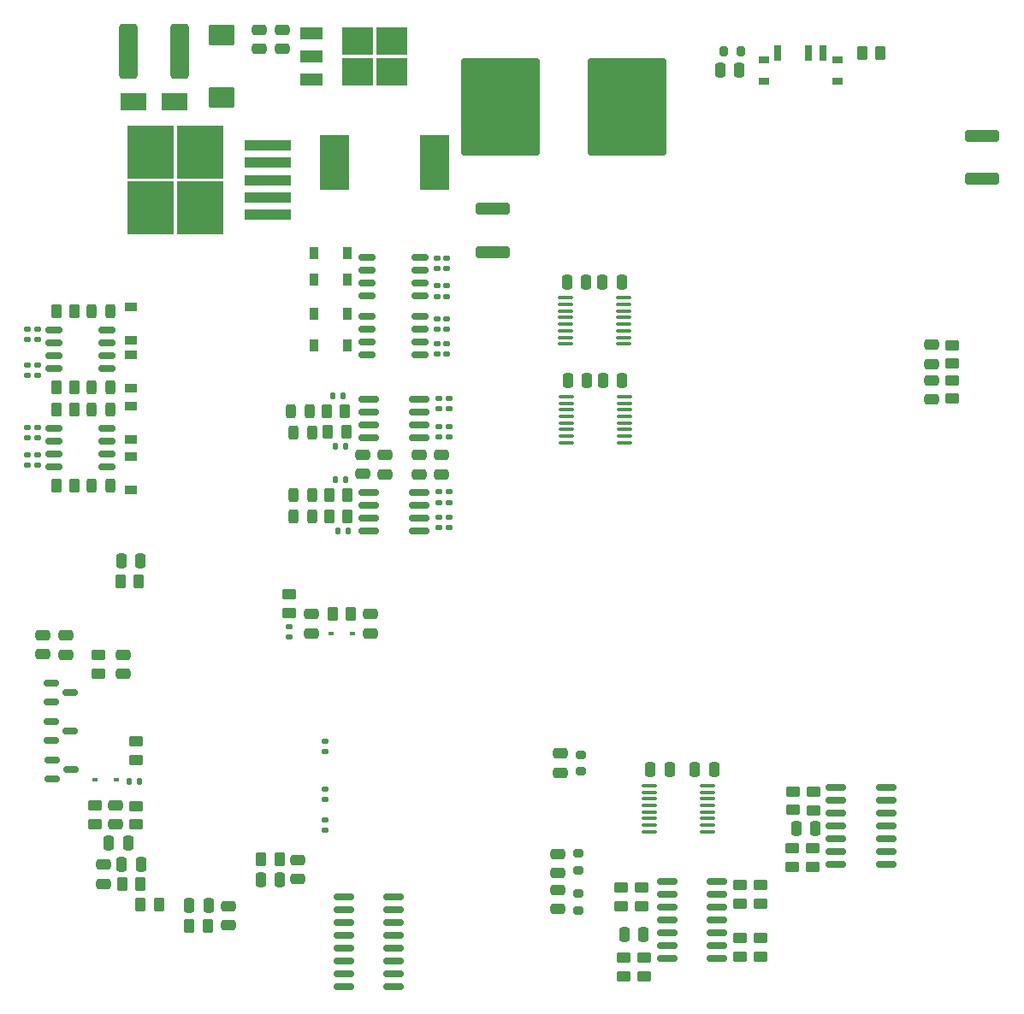
<source format=gtp>
G04 #@! TF.GenerationSoftware,KiCad,Pcbnew,(6.0.10)*
G04 #@! TF.CreationDate,2023-01-06T16:52:41+01:00*
G04 #@! TF.ProjectId,perfectV2.1v0,70657266-6563-4745-9632-2e3176302e6b,5*
G04 #@! TF.SameCoordinates,Original*
G04 #@! TF.FileFunction,Paste,Top*
G04 #@! TF.FilePolarity,Positive*
%FSLAX46Y46*%
G04 Gerber Fmt 4.6, Leading zero omitted, Abs format (unit mm)*
G04 Created by KiCad (PCBNEW (6.0.10)) date 2023-01-06 16:52:41*
%MOMM*%
%LPD*%
G01*
G04 APERTURE LIST*
G04 Aperture macros list*
%AMRoundRect*
0 Rectangle with rounded corners*
0 $1 Rounding radius*
0 $2 $3 $4 $5 $6 $7 $8 $9 X,Y pos of 4 corners*
0 Add a 4 corners polygon primitive as box body*
4,1,4,$2,$3,$4,$5,$6,$7,$8,$9,$2,$3,0*
0 Add four circle primitives for the rounded corners*
1,1,$1+$1,$2,$3*
1,1,$1+$1,$4,$5*
1,1,$1+$1,$6,$7*
1,1,$1+$1,$8,$9*
0 Add four rect primitives between the rounded corners*
20,1,$1+$1,$2,$3,$4,$5,0*
20,1,$1+$1,$4,$5,$6,$7,0*
20,1,$1+$1,$6,$7,$8,$9,0*
20,1,$1+$1,$8,$9,$2,$3,0*%
G04 Aperture macros list end*
%ADD10RoundRect,0.243750X0.243750X0.456250X-0.243750X0.456250X-0.243750X-0.456250X0.243750X-0.456250X0*%
%ADD11RoundRect,0.250000X-0.475000X0.250000X-0.475000X-0.250000X0.475000X-0.250000X0.475000X0.250000X0*%
%ADD12R,3.050000X2.750000*%
%ADD13R,2.200000X1.200000*%
%ADD14R,0.900000X1.200000*%
%ADD15RoundRect,0.135000X-0.185000X0.135000X-0.185000X-0.135000X0.185000X-0.135000X0.185000X0.135000X0*%
%ADD16RoundRect,0.150000X0.825000X0.150000X-0.825000X0.150000X-0.825000X-0.150000X0.825000X-0.150000X0*%
%ADD17RoundRect,0.250000X0.475000X-0.250000X0.475000X0.250000X-0.475000X0.250000X-0.475000X-0.250000X0*%
%ADD18RoundRect,0.250000X0.262500X0.450000X-0.262500X0.450000X-0.262500X-0.450000X0.262500X-0.450000X0*%
%ADD19RoundRect,0.243750X-0.243750X-0.456250X0.243750X-0.456250X0.243750X0.456250X-0.243750X0.456250X0*%
%ADD20RoundRect,0.100000X-0.637500X-0.100000X0.637500X-0.100000X0.637500X0.100000X-0.637500X0.100000X0*%
%ADD21R,0.600000X0.450000*%
%ADD22RoundRect,0.135000X0.185000X-0.135000X0.185000X0.135000X-0.185000X0.135000X-0.185000X-0.135000X0*%
%ADD23RoundRect,0.200000X-0.275000X0.200000X-0.275000X-0.200000X0.275000X-0.200000X0.275000X0.200000X0*%
%ADD24RoundRect,0.250000X0.450000X-0.262500X0.450000X0.262500X-0.450000X0.262500X-0.450000X-0.262500X0*%
%ADD25RoundRect,0.150000X-0.825000X-0.150000X0.825000X-0.150000X0.825000X0.150000X-0.825000X0.150000X0*%
%ADD26RoundRect,0.250000X-0.650000X-2.450000X0.650000X-2.450000X0.650000X2.450000X-0.650000X2.450000X0*%
%ADD27RoundRect,0.250000X-0.450000X0.262500X-0.450000X-0.262500X0.450000X-0.262500X0.450000X0.262500X0*%
%ADD28RoundRect,0.150000X-0.675000X-0.150000X0.675000X-0.150000X0.675000X0.150000X-0.675000X0.150000X0*%
%ADD29RoundRect,0.250000X-0.250000X-0.475000X0.250000X-0.475000X0.250000X0.475000X-0.250000X0.475000X0*%
%ADD30RoundRect,0.200000X0.200000X0.275000X-0.200000X0.275000X-0.200000X-0.275000X0.200000X-0.275000X0*%
%ADD31R,1.200000X0.900000*%
%ADD32RoundRect,0.135000X-0.135000X-0.185000X0.135000X-0.185000X0.135000X0.185000X-0.135000X0.185000X0*%
%ADD33R,2.900000X5.400000*%
%ADD34RoundRect,0.250000X-0.262500X-0.450000X0.262500X-0.450000X0.262500X0.450000X-0.262500X0.450000X0*%
%ADD35RoundRect,0.135000X0.135000X0.185000X-0.135000X0.185000X-0.135000X-0.185000X0.135000X-0.185000X0*%
%ADD36RoundRect,0.250000X0.250000X0.475000X-0.250000X0.475000X-0.250000X-0.475000X0.250000X-0.475000X0*%
%ADD37RoundRect,0.250000X-1.450000X0.312500X-1.450000X-0.312500X1.450000X-0.312500X1.450000X0.312500X0*%
%ADD38RoundRect,0.250000X1.025000X-0.787500X1.025000X0.787500X-1.025000X0.787500X-1.025000X-0.787500X0*%
%ADD39R,2.500000X1.800000*%
%ADD40RoundRect,0.249998X-3.650002X-4.550002X3.650002X-4.550002X3.650002X4.550002X-3.650002X4.550002X0*%
%ADD41R,4.550000X5.250000*%
%ADD42R,4.600000X1.100000*%
%ADD43R,0.700000X1.500000*%
%ADD44R,1.000000X0.800000*%
%ADD45RoundRect,0.150000X-0.587500X-0.150000X0.587500X-0.150000X0.587500X0.150000X-0.587500X0.150000X0*%
%ADD46RoundRect,0.150000X0.675000X0.150000X-0.675000X0.150000X-0.675000X-0.150000X0.675000X-0.150000X0*%
%ADD47RoundRect,0.200000X0.275000X-0.200000X0.275000X0.200000X-0.275000X0.200000X-0.275000X-0.200000X0*%
%ADD48RoundRect,0.250000X1.450000X-0.312500X1.450000X0.312500X-1.450000X0.312500X-1.450000X-0.312500X0*%
G04 APERTURE END LIST*
D10*
X57687500Y-123500000D03*
X55812500Y-123500000D03*
D11*
X76250000Y-160600000D03*
X76250000Y-162500000D03*
D12*
X85525000Y-82525000D03*
X85525000Y-79475000D03*
X82175000Y-82525000D03*
X82175000Y-79475000D03*
D13*
X77550000Y-78720000D03*
X77550000Y-81000000D03*
X77550000Y-83280000D03*
D14*
X77800000Y-109600000D03*
X81100000Y-109600000D03*
D15*
X90238750Y-126645000D03*
X90238750Y-127665000D03*
D16*
X88213750Y-118760000D03*
X88213750Y-117490000D03*
X88213750Y-116220000D03*
X88213750Y-114950000D03*
X83263750Y-114950000D03*
X83263750Y-116220000D03*
X83263750Y-117490000D03*
X83263750Y-118760000D03*
D17*
X51000000Y-140200000D03*
X51000000Y-138300000D03*
D18*
X54162500Y-123500000D03*
X52337500Y-123500000D03*
D19*
X75801250Y-118300000D03*
X77676250Y-118300000D03*
D20*
X108462500Y-104925000D03*
X108462500Y-105575000D03*
X108462500Y-106225000D03*
X108462500Y-106875000D03*
X108462500Y-107525000D03*
X108462500Y-108175000D03*
X108462500Y-108825000D03*
X108462500Y-109475000D03*
X102737500Y-109475000D03*
X102737500Y-108825000D03*
X102737500Y-108175000D03*
X102737500Y-107525000D03*
X102737500Y-106875000D03*
X102737500Y-106225000D03*
X102737500Y-105575000D03*
X102737500Y-104925000D03*
D21*
X81650000Y-138200000D03*
X79550000Y-138200000D03*
D17*
X102250000Y-151950000D03*
X102250000Y-150050000D03*
D10*
X57687500Y-106250000D03*
X55812500Y-106250000D03*
D22*
X49500000Y-118760000D03*
X49500000Y-117740000D03*
D23*
X104250000Y-150175000D03*
X104250000Y-151825000D03*
D18*
X80901250Y-116155000D03*
X79076250Y-116155000D03*
D24*
X110500000Y-172075000D03*
X110500000Y-170250000D03*
D25*
X117725000Y-162690000D03*
X117725000Y-163960000D03*
X117725000Y-165230000D03*
X117725000Y-166500000D03*
X117725000Y-167770000D03*
X117725000Y-169040000D03*
X117725000Y-170310000D03*
X112775000Y-170310000D03*
X112775000Y-169040000D03*
X112775000Y-167770000D03*
X112775000Y-166500000D03*
X112775000Y-165230000D03*
X112775000Y-163960000D03*
X112775000Y-162690000D03*
D22*
X90238750Y-125165000D03*
X90238750Y-124145000D03*
D18*
X79326250Y-126525000D03*
X81151250Y-126525000D03*
D26*
X64550000Y-80500000D03*
X59450000Y-80500000D03*
D27*
X120000000Y-163087500D03*
X120000000Y-164912500D03*
X127250000Y-153837500D03*
X127250000Y-155662500D03*
D24*
X60250000Y-157062500D03*
X60250000Y-155237500D03*
D28*
X52125000Y-108095000D03*
X52125000Y-109365000D03*
X52125000Y-110635000D03*
X52125000Y-111905000D03*
X57375000Y-111905000D03*
X57375000Y-110635000D03*
X57375000Y-109365000D03*
X57375000Y-108095000D03*
D29*
X58750000Y-131000000D03*
X60650000Y-131000000D03*
D11*
X83400000Y-136250000D03*
X83400000Y-138150000D03*
D30*
X120050000Y-80500000D03*
X118400000Y-80500000D03*
D29*
X72550000Y-162550000D03*
X74450000Y-162550000D03*
D31*
X59750000Y-109150000D03*
X59750000Y-105850000D03*
D22*
X49500000Y-109010000D03*
X49500000Y-107990000D03*
X91238750Y-118665000D03*
X91238750Y-117645000D03*
D15*
X90238750Y-117645000D03*
X90238750Y-118665000D03*
D22*
X91000000Y-102010000D03*
X91000000Y-100990000D03*
D27*
X122000000Y-168337500D03*
X122000000Y-170162500D03*
D32*
X79978750Y-119655000D03*
X80998750Y-119655000D03*
D25*
X80775000Y-164255000D03*
X80775000Y-165525000D03*
X80775000Y-166795000D03*
X80775000Y-168065000D03*
X80775000Y-169335000D03*
X80775000Y-170605000D03*
X80775000Y-171875000D03*
X80775000Y-173145000D03*
X85725000Y-173145000D03*
X85725000Y-171875000D03*
X85725000Y-170605000D03*
X85725000Y-169335000D03*
X85725000Y-168065000D03*
X85725000Y-166795000D03*
X85725000Y-165525000D03*
X85725000Y-164255000D03*
D18*
X54162500Y-116000000D03*
X52337500Y-116000000D03*
D22*
X91000000Y-108000000D03*
X91000000Y-106980000D03*
X91238750Y-125165000D03*
X91238750Y-124145000D03*
X90200000Y-115910000D03*
X90200000Y-114890000D03*
D10*
X57687500Y-113750000D03*
X55812500Y-113750000D03*
D22*
X78975000Y-149860000D03*
X78975000Y-148840000D03*
D19*
X75801250Y-124405000D03*
X77676250Y-124405000D03*
D18*
X74412500Y-160550000D03*
X72587500Y-160550000D03*
D22*
X91000000Y-104760000D03*
X91000000Y-103740000D03*
X91200000Y-115910000D03*
X91200000Y-114890000D03*
D33*
X89742500Y-91500000D03*
X79842500Y-91500000D03*
D34*
X132087500Y-80700000D03*
X133912500Y-80700000D03*
D35*
X60550000Y-152800000D03*
X59530000Y-152800000D03*
D15*
X50500000Y-111590000D03*
X50500000Y-112610000D03*
D17*
X82688750Y-122355000D03*
X82688750Y-120455000D03*
D31*
X59750000Y-118900000D03*
X59750000Y-115600000D03*
D14*
X77800000Y-103100000D03*
X81100000Y-103100000D03*
D18*
X81512500Y-136200000D03*
X79687500Y-136200000D03*
D36*
X127450000Y-157500000D03*
X125550000Y-157500000D03*
D15*
X49500000Y-111590000D03*
X49500000Y-112610000D03*
D21*
X58300000Y-152600000D03*
X56200000Y-152600000D03*
D37*
X144000000Y-88862500D03*
X144000000Y-93137500D03*
D24*
X120000000Y-170162500D03*
X120000000Y-168337500D03*
D15*
X50500000Y-117730000D03*
X50500000Y-118750000D03*
D29*
X111150000Y-151600000D03*
X113050000Y-151600000D03*
D16*
X83263750Y-127960000D03*
X83263750Y-126690000D03*
X83263750Y-125420000D03*
X83263750Y-124150000D03*
X88213750Y-124150000D03*
X88213750Y-125420000D03*
X88213750Y-126690000D03*
X88213750Y-127960000D03*
D38*
X68705000Y-78887500D03*
X68705000Y-85112500D03*
D15*
X50500000Y-107980000D03*
X50500000Y-109000000D03*
D19*
X75551250Y-116155000D03*
X77426250Y-116155000D03*
D39*
X64000000Y-85500000D03*
X60000000Y-85500000D03*
D24*
X56500000Y-142112500D03*
X56500000Y-140287500D03*
D36*
X59450000Y-158900000D03*
X57550000Y-158900000D03*
D34*
X58837500Y-163000000D03*
X60662500Y-163000000D03*
D24*
X108250000Y-165162500D03*
X108250000Y-163337500D03*
D27*
X125200000Y-159425000D03*
X125200000Y-161250000D03*
D17*
X84888750Y-122405000D03*
X84888750Y-120505000D03*
D15*
X90000000Y-109480000D03*
X90000000Y-110500000D03*
D31*
X59750000Y-120600000D03*
X59750000Y-123900000D03*
D32*
X79728750Y-114655000D03*
X80748750Y-114655000D03*
D22*
X90000000Y-102010000D03*
X90000000Y-100990000D03*
D27*
X110250000Y-163337500D03*
X110250000Y-165162500D03*
D11*
X88288750Y-120505000D03*
X88288750Y-122405000D03*
D17*
X69400000Y-165150000D03*
X69400000Y-167050000D03*
D18*
X54162500Y-113750000D03*
X52337500Y-113750000D03*
D24*
X122000000Y-164912500D03*
X122000000Y-163087500D03*
D11*
X77600000Y-136250000D03*
X77600000Y-138150000D03*
D18*
X79326250Y-124405000D03*
X81151250Y-124405000D03*
D17*
X74705000Y-80250000D03*
X74705000Y-78350000D03*
D11*
X102000000Y-165450000D03*
X102000000Y-163550000D03*
D40*
X96292500Y-86000000D03*
X108792500Y-86000000D03*
D11*
X58200000Y-155150000D03*
X58200000Y-157050000D03*
D22*
X91238750Y-127665000D03*
X91238750Y-126645000D03*
X75400000Y-138510000D03*
X75400000Y-137490000D03*
D36*
X117450000Y-151600000D03*
X115550000Y-151600000D03*
D24*
X60200000Y-150662500D03*
X60200000Y-148837500D03*
D36*
X119950000Y-82400000D03*
X118050000Y-82400000D03*
D14*
X77800000Y-106500000D03*
X81100000Y-106500000D03*
D27*
X141000000Y-113087500D03*
X141000000Y-114912500D03*
D29*
X102877500Y-103350000D03*
X104777500Y-103350000D03*
D17*
X57000000Y-162950000D03*
X57000000Y-161050000D03*
D41*
X66550000Y-90475000D03*
X61700000Y-90475000D03*
X66550000Y-96025000D03*
X61700000Y-96025000D03*
D42*
X73275000Y-96650000D03*
X73275000Y-94950000D03*
X73275000Y-93250000D03*
X73275000Y-91550000D03*
X73275000Y-89850000D03*
D43*
X123750000Y-80650000D03*
X126750000Y-80650000D03*
X128250000Y-80650000D03*
D44*
X122350000Y-81350000D03*
X122350000Y-83450000D03*
X129650000Y-83450000D03*
X129650000Y-81350000D03*
D27*
X108500000Y-170250000D03*
X108500000Y-172075000D03*
D23*
X104000000Y-159925000D03*
X104000000Y-161575000D03*
D45*
X51925000Y-150650000D03*
X51925000Y-152550000D03*
X53800000Y-151600000D03*
D29*
X65500000Y-165100000D03*
X67400000Y-165100000D03*
D36*
X60700000Y-161000000D03*
X58800000Y-161000000D03*
D24*
X127200000Y-161250000D03*
X127200000Y-159425000D03*
D19*
X75801250Y-126525000D03*
X77676250Y-126525000D03*
D11*
X139000000Y-109550000D03*
X139000000Y-111450000D03*
D18*
X67312500Y-167100000D03*
X65487500Y-167100000D03*
D46*
X88325000Y-104705000D03*
X88325000Y-103435000D03*
X88325000Y-102165000D03*
X88325000Y-100895000D03*
X83075000Y-100895000D03*
X83075000Y-102165000D03*
X83075000Y-103435000D03*
X83075000Y-104705000D03*
D10*
X57687500Y-116000000D03*
X55812500Y-116000000D03*
D46*
X88325000Y-110555000D03*
X88325000Y-109285000D03*
X88325000Y-108015000D03*
X88325000Y-106745000D03*
X83075000Y-106745000D03*
X83075000Y-108015000D03*
X83075000Y-109285000D03*
X83075000Y-110555000D03*
D34*
X58687500Y-133000000D03*
X60512500Y-133000000D03*
D15*
X78945000Y-153590000D03*
X78945000Y-154610000D03*
X50500000Y-120490000D03*
X50500000Y-121510000D03*
D22*
X90000000Y-108010000D03*
X90000000Y-106990000D03*
D17*
X72455000Y-80250000D03*
X72455000Y-78350000D03*
D32*
X80228750Y-128025000D03*
X81248750Y-128025000D03*
D15*
X49500000Y-121510000D03*
X49500000Y-120490000D03*
D17*
X102000000Y-161900000D03*
X102000000Y-160000000D03*
D14*
X77800000Y-100500000D03*
X81100000Y-100500000D03*
D11*
X90488750Y-120505000D03*
X90488750Y-122405000D03*
D47*
X104000000Y-165575000D03*
X104000000Y-163925000D03*
D20*
X102810000Y-114695000D03*
X102810000Y-115345000D03*
X102810000Y-115995000D03*
X102810000Y-116645000D03*
X102810000Y-117295000D03*
X102810000Y-117945000D03*
X102810000Y-118595000D03*
X102810000Y-119245000D03*
X108535000Y-119245000D03*
X108535000Y-118595000D03*
X108535000Y-117945000D03*
X108535000Y-117295000D03*
X108535000Y-116645000D03*
X108535000Y-115995000D03*
X108535000Y-115345000D03*
X108535000Y-114695000D03*
D25*
X129525000Y-153440000D03*
X129525000Y-154710000D03*
X129525000Y-155980000D03*
X129525000Y-157250000D03*
X129525000Y-158520000D03*
X129525000Y-159790000D03*
X129525000Y-161060000D03*
X134475000Y-161060000D03*
X134475000Y-159790000D03*
X134475000Y-158520000D03*
X134475000Y-157250000D03*
X134475000Y-155980000D03*
X134475000Y-154710000D03*
X134475000Y-153440000D03*
D18*
X54162500Y-106250000D03*
X52337500Y-106250000D03*
D34*
X60687500Y-165000000D03*
X62512500Y-165000000D03*
D17*
X139000000Y-115000000D03*
X139000000Y-113100000D03*
D20*
X111037500Y-153225000D03*
X111037500Y-153875000D03*
X111037500Y-154525000D03*
X111037500Y-155175000D03*
X111037500Y-155825000D03*
X111037500Y-156475000D03*
X111037500Y-157125000D03*
X111037500Y-157775000D03*
X116762500Y-157775000D03*
X116762500Y-157125000D03*
X116762500Y-156475000D03*
X116762500Y-155825000D03*
X116762500Y-155175000D03*
X116762500Y-154525000D03*
X116762500Y-153875000D03*
X116762500Y-153225000D03*
D27*
X56200000Y-155187500D03*
X56200000Y-157012500D03*
D17*
X53250000Y-140250000D03*
X53250000Y-138350000D03*
D36*
X108277500Y-103350000D03*
X106377500Y-103350000D03*
D24*
X125250000Y-155612500D03*
X125250000Y-153787500D03*
D15*
X78940000Y-156590000D03*
X78940000Y-157610000D03*
D22*
X91000000Y-110510000D03*
X91000000Y-109490000D03*
D27*
X141000000Y-109587500D03*
X141000000Y-111412500D03*
D31*
X59750000Y-110600000D03*
X59750000Y-113900000D03*
D36*
X108350000Y-113100000D03*
X106450000Y-113100000D03*
D48*
X95500000Y-100387500D03*
X95500000Y-96112500D03*
D45*
X51862500Y-143050000D03*
X51862500Y-144950000D03*
X53737500Y-144000000D03*
D28*
X52125000Y-117845000D03*
X52125000Y-119115000D03*
X52125000Y-120385000D03*
X52125000Y-121655000D03*
X57375000Y-121655000D03*
X57375000Y-120385000D03*
X57375000Y-119115000D03*
X57375000Y-117845000D03*
D24*
X75400000Y-136112500D03*
X75400000Y-134287500D03*
D45*
X51862500Y-146850000D03*
X51862500Y-148750000D03*
X53737500Y-147800000D03*
D32*
X79978750Y-122905000D03*
X80998750Y-122905000D03*
D11*
X59000000Y-140250000D03*
X59000000Y-142150000D03*
D36*
X110450000Y-168000000D03*
X108550000Y-168000000D03*
D15*
X90000000Y-103740000D03*
X90000000Y-104760000D03*
D29*
X102950000Y-113100000D03*
X104850000Y-113100000D03*
D18*
X81051250Y-118155000D03*
X79226250Y-118155000D03*
M02*

</source>
